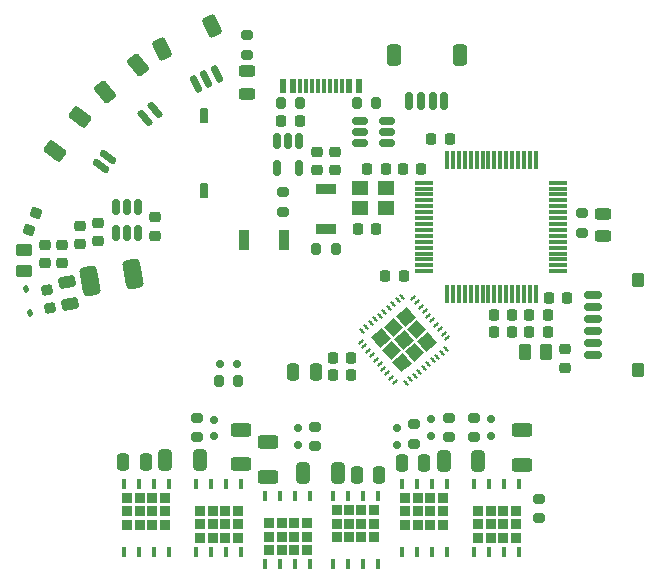
<source format=gtp>
%TF.GenerationSoftware,KiCad,Pcbnew,8.0.7*%
%TF.CreationDate,2025-07-12T21:06:11-07:00*%
%TF.ProjectId,FOCdriver,464f4364-7269-4766-9572-2e6b69636164,1.0*%
%TF.SameCoordinates,Original*%
%TF.FileFunction,Paste,Top*%
%TF.FilePolarity,Positive*%
%FSLAX46Y46*%
G04 Gerber Fmt 4.6, Leading zero omitted, Abs format (unit mm)*
G04 Created by KiCad (PCBNEW 8.0.7) date 2025-07-12 21:06:11*
%MOMM*%
%LPD*%
G01*
G04 APERTURE LIST*
G04 Aperture macros list*
%AMRoundRect*
0 Rectangle with rounded corners*
0 $1 Rounding radius*
0 $2 $3 $4 $5 $6 $7 $8 $9 X,Y pos of 4 corners*
0 Add a 4 corners polygon primitive as box body*
4,1,4,$2,$3,$4,$5,$6,$7,$8,$9,$2,$3,0*
0 Add four circle primitives for the rounded corners*
1,1,$1+$1,$2,$3*
1,1,$1+$1,$4,$5*
1,1,$1+$1,$6,$7*
1,1,$1+$1,$8,$9*
0 Add four rect primitives between the rounded corners*
20,1,$1+$1,$2,$3,$4,$5,0*
20,1,$1+$1,$4,$5,$6,$7,0*
20,1,$1+$1,$6,$7,$8,$9,0*
20,1,$1+$1,$8,$9,$2,$3,0*%
%AMHorizOval*
0 Thick line with rounded ends*
0 $1 width*
0 $2 $3 position (X,Y) of the first rounded end (center of the circle)*
0 $4 $5 position (X,Y) of the second rounded end (center of the circle)*
0 Add line between two ends*
20,1,$1,$2,$3,$4,$5,0*
0 Add two circle primitives to create the rounded ends*
1,1,$1,$2,$3*
1,1,$1,$4,$5*%
G04 Aperture macros list end*
%ADD10C,0.000000*%
%ADD11R,0.900000X0.900000*%
%ADD12R,0.457200X0.965200*%
%ADD13RoundRect,0.200000X0.200000X0.275000X-0.200000X0.275000X-0.200000X-0.275000X0.200000X-0.275000X0*%
%ADD14RoundRect,0.250000X0.250000X0.475000X-0.250000X0.475000X-0.250000X-0.475000X0.250000X-0.475000X0*%
%ADD15RoundRect,0.225000X-0.250000X0.225000X-0.250000X-0.225000X0.250000X-0.225000X0.250000X0.225000X0*%
%ADD16RoundRect,0.112500X-0.143350X0.165116X-0.078232X-0.204187X0.143350X-0.165116X0.078232X0.204187X0*%
%ADD17RoundRect,0.150000X-0.408875X0.495930X-0.589419X0.256339X0.408875X-0.495930X0.589419X-0.256339X0*%
%ADD18RoundRect,0.250000X-0.308478X0.670702X-0.729748X0.111657X0.308478X-0.670702X0.729748X-0.111657X0*%
%ADD19RoundRect,0.225000X0.250000X-0.225000X0.250000X0.225000X-0.250000X0.225000X-0.250000X-0.225000X0*%
%ADD20RoundRect,0.225000X0.225000X0.250000X-0.225000X0.250000X-0.225000X-0.250000X0.225000X-0.250000X0*%
%ADD21RoundRect,0.200000X0.275000X-0.200000X0.275000X0.200000X-0.275000X0.200000X-0.275000X-0.200000X0*%
%ADD22RoundRect,0.075000X-0.700000X-0.075000X0.700000X-0.075000X0.700000X0.075000X-0.700000X0.075000X0*%
%ADD23RoundRect,0.075000X-0.075000X-0.700000X0.075000X-0.700000X0.075000X0.700000X-0.075000X0.700000X0*%
%ADD24RoundRect,0.150000X0.200000X-0.150000X0.200000X0.150000X-0.200000X0.150000X-0.200000X-0.150000X0*%
%ADD25RoundRect,0.250000X-0.325000X-0.650000X0.325000X-0.650000X0.325000X0.650000X-0.325000X0.650000X0*%
%ADD26RoundRect,0.225000X-0.225000X-0.250000X0.225000X-0.250000X0.225000X0.250000X-0.225000X0.250000X0*%
%ADD27RoundRect,0.150000X0.150000X0.625000X-0.150000X0.625000X-0.150000X-0.625000X0.150000X-0.625000X0*%
%ADD28RoundRect,0.250000X0.350000X0.650000X-0.350000X0.650000X-0.350000X-0.650000X0.350000X-0.650000X0*%
%ADD29RoundRect,0.250000X-0.262500X-0.450000X0.262500X-0.450000X0.262500X0.450000X-0.262500X0.450000X0*%
%ADD30RoundRect,0.243750X0.456250X-0.243750X0.456250X0.243750X-0.456250X0.243750X-0.456250X-0.243750X0*%
%ADD31RoundRect,0.250000X0.325000X0.650000X-0.325000X0.650000X-0.325000X-0.650000X0.325000X-0.650000X0*%
%ADD32RoundRect,0.114000X0.266000X0.521000X-0.266000X0.521000X-0.266000X-0.521000X0.266000X-0.521000X0*%
%ADD33RoundRect,0.250000X-0.250000X-0.475000X0.250000X-0.475000X0.250000X0.475000X-0.250000X0.475000X0*%
%ADD34RoundRect,0.150000X-0.512500X-0.150000X0.512500X-0.150000X0.512500X0.150000X-0.512500X0.150000X0*%
%ADD35RoundRect,0.250000X0.625000X-0.312500X0.625000X0.312500X-0.625000X0.312500X-0.625000X-0.312500X0*%
%ADD36RoundRect,0.250000X0.450000X-0.262500X0.450000X0.262500X-0.450000X0.262500X-0.450000X-0.262500X0*%
%ADD37R,0.600000X1.240000*%
%ADD38R,0.300000X1.240000*%
%ADD39RoundRect,0.200000X-0.275000X0.200000X-0.275000X-0.200000X0.275000X-0.200000X0.275000X0.200000X0*%
%ADD40R,1.700000X0.900000*%
%ADD41RoundRect,0.150000X-0.276753X0.580114X-0.509897X0.391318X0.276753X-0.580114X0.509897X-0.391318X0*%
%ADD42RoundRect,0.250000X-0.137057X0.725407X-0.681059X0.284883X0.137057X-0.725407X0.681059X-0.284883X0*%
%ADD43RoundRect,0.150000X-0.150000X-0.200000X0.150000X-0.200000X0.150000X0.200000X-0.150000X0.200000X0*%
%ADD44RoundRect,0.150000X-0.128190X0.629835X-0.400083X0.503050X0.128190X-0.629835X0.400083X-0.503050X0*%
%ADD45RoundRect,0.250000X0.042506X0.737016X-0.591910X0.441184X-0.042506X-0.737016X0.591910X-0.441184X0*%
%ADD46RoundRect,0.150000X-0.150000X0.512500X-0.150000X-0.512500X0.150000X-0.512500X0.150000X0.512500X0*%
%ADD47RoundRect,0.375000X0.217361X0.926825X-0.521245X0.796589X-0.217361X-0.926825X0.521245X-0.796589X0*%
%ADD48RoundRect,0.250000X0.511196X-0.163719X0.424372X0.328685X-0.511196X0.163719X-0.424372X-0.328685X0*%
%ADD49R,0.900000X1.700000*%
%ADD50HorizOval,0.230000X0.141717X0.118915X-0.141717X-0.118915X0*%
%ADD51HorizOval,0.230000X-0.118915X0.141717X0.118915X-0.141717X0*%
%ADD52R,1.400000X1.200000*%
%ADD53RoundRect,0.225000X0.157969X-0.296936X0.311878X0.125926X-0.157969X0.296936X-0.311878X-0.125926X0*%
%ADD54RoundRect,0.150000X0.625000X-0.150000X0.625000X0.150000X-0.625000X0.150000X-0.625000X-0.150000X0*%
%ADD55RoundRect,0.208333X0.291667X-0.391667X0.291667X0.391667X-0.291667X0.391667X-0.291667X-0.391667X0*%
%ADD56RoundRect,0.225000X0.285273X-0.178170X0.207131X0.264994X-0.285273X0.178170X-0.207131X-0.264994X0*%
%ADD57RoundRect,0.200000X-0.200000X-0.275000X0.200000X-0.275000X0.200000X0.275000X-0.200000X0.275000X0*%
G04 APERTURE END LIST*
D10*
%TO.C,U3*%
G36*
X105918812Y-51171044D02*
G01*
X105022540Y-51923106D01*
X104270478Y-51026834D01*
X105166750Y-50274772D01*
X105918812Y-51171044D01*
G37*
G36*
X106799431Y-52220525D02*
G01*
X105903159Y-52972587D01*
X105151097Y-52076315D01*
X106047369Y-51324253D01*
X106799431Y-52220525D01*
G37*
G36*
X106968293Y-50290425D02*
G01*
X106072021Y-51042487D01*
X105319959Y-50146215D01*
X106216231Y-49394153D01*
X106968293Y-50290425D01*
G37*
G36*
X107680050Y-53270006D02*
G01*
X106783778Y-54022068D01*
X106031716Y-53125796D01*
X106927988Y-52373734D01*
X107680050Y-53270006D01*
G37*
G36*
X107848912Y-51339906D02*
G01*
X106952640Y-52091968D01*
X106200578Y-51195696D01*
X107096850Y-50443634D01*
X107848912Y-51339906D01*
G37*
G36*
X108017774Y-49409806D02*
G01*
X107121502Y-50161868D01*
X106369440Y-49265596D01*
X107265712Y-48513534D01*
X108017774Y-49409806D01*
G37*
G36*
X108729531Y-52389387D02*
G01*
X107833259Y-53141449D01*
X107081197Y-52245177D01*
X107977469Y-51493115D01*
X108729531Y-52389387D01*
G37*
G36*
X108898393Y-50459287D02*
G01*
X108002121Y-51211349D01*
X107250059Y-50315077D01*
X108146331Y-49563015D01*
X108898393Y-50459287D01*
G37*
G36*
X109779012Y-51508768D02*
G01*
X108882740Y-52260830D01*
X108130678Y-51364558D01*
X109026950Y-50612496D01*
X109779012Y-51508768D01*
G37*
%TD*%
D11*
%TO.C,Q5*%
X107145000Y-66925000D03*
X108195000Y-66925000D03*
X109245000Y-66925000D03*
X110345000Y-66925000D03*
X107145000Y-65775000D03*
X108195000Y-65775000D03*
X109245000Y-65775000D03*
X110345000Y-65775000D03*
X107145000Y-64625000D03*
X108195000Y-64625000D03*
X109245000Y-64625000D03*
X110345000Y-64625000D03*
D12*
X106840000Y-63429400D03*
X108110000Y-63429400D03*
X109380000Y-63429400D03*
X110650000Y-63429400D03*
X110650000Y-69220600D03*
X106840000Y-69220600D03*
X108110000Y-69220600D03*
X109380000Y-69220600D03*
%TD*%
D11*
%TO.C,Q3*%
X101310000Y-67975000D03*
X102360000Y-67975000D03*
X103410000Y-67975000D03*
X104510000Y-67975000D03*
X101310000Y-66825000D03*
X102360000Y-66825000D03*
X103410000Y-66825000D03*
X104510000Y-66825000D03*
X101310000Y-65675000D03*
X102360000Y-65675000D03*
X103410000Y-65675000D03*
X104510000Y-65675000D03*
D12*
X101005000Y-64479400D03*
X102275000Y-64479400D03*
X103545000Y-64479400D03*
X104815000Y-64479400D03*
X104815000Y-70270600D03*
X101005000Y-70270600D03*
X102275000Y-70270600D03*
X103545000Y-70270600D03*
%TD*%
D11*
%TO.C,Q1*%
X83605000Y-66920600D03*
X84655000Y-66920600D03*
X85705000Y-66920600D03*
X86805000Y-66920600D03*
X83605000Y-65770600D03*
X84655000Y-65770600D03*
X85705000Y-65770600D03*
X86805000Y-65770600D03*
X83605000Y-64620600D03*
X84655000Y-64620600D03*
X85705000Y-64620600D03*
X86805000Y-64620600D03*
D12*
X83300000Y-63425000D03*
X84570000Y-63425000D03*
X85840000Y-63425000D03*
X87110000Y-63425000D03*
X87110000Y-69216200D03*
X83300000Y-69216200D03*
X84570000Y-69216200D03*
X85840000Y-69216200D03*
%TD*%
D11*
%TO.C,Q2*%
X92960000Y-65720600D03*
X91910000Y-65720600D03*
X90860000Y-65720600D03*
X89760000Y-65720600D03*
X92960000Y-66870600D03*
X91910000Y-66870600D03*
X90860000Y-66870600D03*
X89760000Y-66870600D03*
X92960000Y-68020600D03*
X91910000Y-68020600D03*
X90860000Y-68020600D03*
X89760000Y-68020600D03*
D12*
X93265000Y-69216200D03*
X91995000Y-69216200D03*
X90725000Y-69216200D03*
X89455000Y-69216200D03*
X89455000Y-63425000D03*
X93265000Y-63425000D03*
X91995000Y-63425000D03*
X90725000Y-63425000D03*
%TD*%
D11*
%TO.C,Q6*%
X116465000Y-65725000D03*
X115415000Y-65725000D03*
X114365000Y-65725000D03*
X113265000Y-65725000D03*
X116465000Y-66875000D03*
X115415000Y-66875000D03*
X114365000Y-66875000D03*
X113265000Y-66875000D03*
X116465000Y-68025000D03*
X115415000Y-68025000D03*
X114365000Y-68025000D03*
X113265000Y-68025000D03*
D12*
X116770000Y-69220600D03*
X115500000Y-69220600D03*
X114230000Y-69220600D03*
X112960000Y-69220600D03*
X112960000Y-63429400D03*
X116770000Y-63429400D03*
X115500000Y-63429400D03*
X114230000Y-63429400D03*
%TD*%
D11*
%TO.C,Q4*%
X98800000Y-66775000D03*
X97750000Y-66775000D03*
X96700000Y-66775000D03*
X95600000Y-66775000D03*
X98800000Y-67925000D03*
X97750000Y-67925000D03*
X96700000Y-67925000D03*
X95600000Y-67925000D03*
X98800000Y-69075000D03*
X97750000Y-69075000D03*
X96700000Y-69075000D03*
X95600000Y-69075000D03*
D12*
X99105000Y-70270600D03*
X97835000Y-70270600D03*
X96565000Y-70270600D03*
X95295000Y-70270600D03*
X95295000Y-64479400D03*
X99105000Y-64479400D03*
X97835000Y-64479400D03*
X96565000Y-64479400D03*
%TD*%
D13*
%TO.C,R5*%
X98245000Y-31225000D03*
X96595000Y-31225000D03*
%TD*%
D14*
%TO.C,C48*%
X99540000Y-53960000D03*
X97640000Y-53960000D03*
%TD*%
D15*
%TO.C,C22*%
X78100000Y-43225000D03*
X78100000Y-44775000D03*
%TD*%
D16*
%TO.C,D2*%
X74985338Y-46931904D03*
X75350000Y-49000000D03*
%TD*%
D17*
%TO.C,J11*%
X81932291Y-35758935D03*
X81330476Y-36557572D03*
D18*
X79619937Y-32388677D03*
X77453403Y-35263765D03*
%TD*%
D19*
%TO.C,C54*%
X99675000Y-36900000D03*
X99675000Y-35350000D03*
%TD*%
D20*
%TO.C,C1*%
X108450000Y-36825000D03*
X106900000Y-36825000D03*
%TD*%
D21*
%TO.C,R14*%
X122125000Y-42175000D03*
X122125000Y-40525000D03*
%TD*%
D22*
%TO.C,U1*%
X108750000Y-37950000D03*
X108750000Y-38450000D03*
X108750000Y-38950000D03*
X108750000Y-39450000D03*
X108750000Y-39950000D03*
X108750000Y-40450000D03*
X108750000Y-40950000D03*
X108750000Y-41450000D03*
X108750000Y-41950000D03*
X108750000Y-42450000D03*
X108750000Y-42950000D03*
X108750000Y-43450000D03*
X108750000Y-43950000D03*
X108750000Y-44450000D03*
X108750000Y-44950000D03*
X108750000Y-45450000D03*
D23*
X110675000Y-47375000D03*
X111175000Y-47375000D03*
X111675000Y-47375000D03*
X112175000Y-47375000D03*
X112675000Y-47375000D03*
X113175000Y-47375000D03*
X113675000Y-47375000D03*
X114175000Y-47375000D03*
X114675000Y-47375000D03*
X115175000Y-47375000D03*
X115675000Y-47375000D03*
X116175000Y-47375000D03*
X116675000Y-47375000D03*
X117175000Y-47375000D03*
X117675000Y-47375000D03*
X118175000Y-47375000D03*
D22*
X120100000Y-45450000D03*
X120100000Y-44950000D03*
X120100000Y-44450000D03*
X120100000Y-43950000D03*
X120100000Y-43450000D03*
X120100000Y-42950000D03*
X120100000Y-42450000D03*
X120100000Y-41950000D03*
X120100000Y-41450000D03*
X120100000Y-40950000D03*
X120100000Y-40450000D03*
X120100000Y-39950000D03*
X120100000Y-39450000D03*
X120100000Y-38950000D03*
X120100000Y-38450000D03*
X120100000Y-37950000D03*
D23*
X118175000Y-36025000D03*
X117675000Y-36025000D03*
X117175000Y-36025000D03*
X116675000Y-36025000D03*
X116175000Y-36025000D03*
X115675000Y-36025000D03*
X115175000Y-36025000D03*
X114675000Y-36025000D03*
X114175000Y-36025000D03*
X113675000Y-36025000D03*
X113175000Y-36025000D03*
X112675000Y-36025000D03*
X112175000Y-36025000D03*
X111675000Y-36025000D03*
X111175000Y-36025000D03*
X110675000Y-36025000D03*
%TD*%
D24*
%TO.C,D7*%
X90950000Y-58005000D03*
X90950000Y-59405000D03*
%TD*%
D20*
%TO.C,C4*%
X107000000Y-45825000D03*
X105450000Y-45825000D03*
%TD*%
D21*
%TO.C,R1*%
X96800000Y-40400000D03*
X96800000Y-38750000D03*
%TD*%
D25*
%TO.C,C58*%
X98470000Y-62520600D03*
X101420000Y-62520600D03*
%TD*%
D24*
%TO.C,D10*%
X109350000Y-57979400D03*
X109350000Y-59379400D03*
%TD*%
D26*
%TO.C,C9*%
X117625000Y-50580000D03*
X119175000Y-50580000D03*
%TD*%
D27*
%TO.C,J2*%
X110450000Y-31000000D03*
X109450000Y-31000000D03*
X108450000Y-31000000D03*
X107450000Y-31000000D03*
D28*
X111750000Y-27125000D03*
X106150000Y-27125000D03*
%TD*%
D15*
%TO.C,C46*%
X120625000Y-52075000D03*
X120625000Y-53625000D03*
%TD*%
D29*
%TO.C,FB2*%
X117237500Y-52300000D03*
X119062500Y-52300000D03*
%TD*%
D21*
%TO.C,R19*%
X99490000Y-60250000D03*
X99490000Y-58600000D03*
%TD*%
D26*
%TO.C,C3*%
X119275000Y-47675000D03*
X120825000Y-47675000D03*
%TD*%
D24*
%TO.C,D8*%
X106450000Y-58747500D03*
X106450000Y-60147500D03*
%TD*%
D30*
%TO.C,D4*%
X93750000Y-30408750D03*
X93750000Y-28533750D03*
%TD*%
D31*
%TO.C,C60*%
X113325000Y-61520600D03*
X110375000Y-61520600D03*
%TD*%
D32*
%TO.C,SW1*%
X90100000Y-32315000D03*
X90100000Y-38665000D03*
%TD*%
D13*
%TO.C,R2*%
X101225000Y-43600000D03*
X99575000Y-43600000D03*
%TD*%
D26*
%TO.C,C53*%
X96650000Y-32750000D03*
X98200000Y-32750000D03*
%TD*%
D33*
%TO.C,C61*%
X106820000Y-61720600D03*
X108720000Y-61720600D03*
%TD*%
D34*
%TO.C,U4*%
X103292500Y-32700000D03*
X103292500Y-33650000D03*
X103292500Y-34600000D03*
X105567500Y-34600000D03*
X105567500Y-33650000D03*
X105567500Y-32700000D03*
%TD*%
D26*
%TO.C,C44*%
X101010000Y-52790000D03*
X102559998Y-52790000D03*
%TD*%
D35*
%TO.C,R17*%
X93220295Y-61775000D03*
X93220295Y-58850000D03*
%TD*%
D36*
%TO.C,FB1*%
X74850000Y-45450000D03*
X74850000Y-43625000D03*
%TD*%
D26*
%TO.C,C6*%
X103100000Y-41850000D03*
X104650000Y-41850000D03*
%TD*%
D37*
%TO.C,J1*%
X103200000Y-29725000D03*
X102400000Y-29725000D03*
D38*
X101250000Y-29725000D03*
X100250000Y-29725000D03*
X99750000Y-29725000D03*
X98750000Y-29725000D03*
D37*
X97600000Y-29725000D03*
X96800000Y-29725000D03*
X96800000Y-29725000D03*
X97600000Y-29725000D03*
D38*
X98250000Y-29725000D03*
X99250000Y-29725000D03*
X100750000Y-29725000D03*
X101750000Y-29725000D03*
D37*
X102400000Y-29725000D03*
X103200000Y-29725000D03*
%TD*%
D26*
%TO.C,C47*%
X101010000Y-54260000D03*
X102560002Y-54260000D03*
%TD*%
D39*
%TO.C,R13*%
X93750000Y-25478750D03*
X93750000Y-27128750D03*
%TD*%
D15*
%TO.C,C18*%
X85975000Y-40875000D03*
X85975000Y-42425000D03*
%TD*%
D21*
%TO.C,R18*%
X107880000Y-60075000D03*
X107880000Y-58425000D03*
%TD*%
D33*
%TO.C,C57*%
X83260000Y-61620600D03*
X85160000Y-61620600D03*
%TD*%
D26*
%TO.C,C8*%
X114650000Y-49125000D03*
X116200000Y-49125000D03*
%TD*%
D35*
%TO.C,R23*%
X116975000Y-61845600D03*
X116975000Y-58920600D03*
%TD*%
D40*
%TO.C,SW2(B3U-1000)1*%
X100425000Y-41900000D03*
X100425000Y-38500000D03*
%TD*%
D41*
%TO.C,J10*%
X85914204Y-31810983D03*
X85137058Y-32440303D03*
D42*
X84485877Y-27981426D03*
X81688152Y-30246979D03*
%TD*%
D43*
%TO.C,D6*%
X92875000Y-53285000D03*
X91475000Y-53285000D03*
%TD*%
D19*
%TO.C,C55*%
X101175000Y-36900000D03*
X101175000Y-35350000D03*
%TD*%
D21*
%TO.C,R16*%
X89468600Y-59525000D03*
X89468600Y-57875000D03*
%TD*%
D44*
%TO.C,J9*%
X91186087Y-28732302D03*
X90279780Y-29154921D03*
X89373472Y-29577539D03*
D45*
X90726642Y-24670956D03*
X86557626Y-26615000D03*
%TD*%
D31*
%TO.C,C56*%
X89775000Y-61470600D03*
X86825000Y-61470600D03*
%TD*%
D24*
%TO.C,D11*%
X114400000Y-57975000D03*
X114400000Y-59375000D03*
%TD*%
D46*
%TO.C,U7*%
X84500000Y-39975002D03*
X83550000Y-39975001D03*
X82600000Y-39975001D03*
X82600000Y-42250000D03*
X83550000Y-42250001D03*
X84500000Y-42250001D03*
%TD*%
D47*
%TO.C,L1*%
X84093788Y-45657502D03*
X80450000Y-46300000D03*
%TD*%
D26*
%TO.C,C51*%
X109350000Y-34225000D03*
X110900000Y-34225000D03*
%TD*%
D24*
%TO.C,D9*%
X98020000Y-58745000D03*
X98020000Y-60145000D03*
%TD*%
D46*
%TO.C,U6*%
X98175000Y-34425000D03*
X97225000Y-34425000D03*
X96275000Y-34425000D03*
X96275000Y-36700000D03*
X98175000Y-36700000D03*
%TD*%
D21*
%TO.C,R21*%
X110820000Y-59500000D03*
X110820000Y-57850000D03*
%TD*%
D13*
%TO.C,R4*%
X104675000Y-31225000D03*
X103025000Y-31225000D03*
%TD*%
D39*
%TO.C,TH1*%
X118420000Y-64695000D03*
X118420000Y-66345000D03*
%TD*%
D48*
%TO.C,C19*%
X78779932Y-48221134D03*
X78450000Y-46350000D03*
%TD*%
D49*
%TO.C,SW1(B3U-1000)1*%
X96900000Y-42800000D03*
X93500000Y-42800000D03*
%TD*%
D30*
%TO.C,D5*%
X123875000Y-42487500D03*
X123875000Y-40612500D03*
%TD*%
D50*
%TO.C,U3*%
X103356944Y-51408284D03*
X103678337Y-51791305D03*
X103999732Y-52174329D03*
X104321126Y-52557350D03*
X104642520Y-52940373D03*
X104963914Y-53323396D03*
X105285306Y-53706416D03*
X105606701Y-54089440D03*
X105928095Y-54472461D03*
X106249490Y-54855485D03*
D51*
X107165228Y-54935602D03*
X107548249Y-54614209D03*
X107931273Y-54292814D03*
X108314294Y-53971420D03*
X108697317Y-53650026D03*
X109080340Y-53328632D03*
X109463360Y-53007240D03*
X109846384Y-52685845D03*
X110229405Y-52364451D03*
X110612429Y-52043056D03*
D50*
X110692546Y-51127318D03*
X110371151Y-50744295D03*
X110049758Y-50361273D03*
X109728363Y-49978249D03*
X109406970Y-49595229D03*
X109085576Y-49212206D03*
X108764182Y-48829183D03*
X108442789Y-48446162D03*
X108121394Y-48063138D03*
X107800000Y-47680117D03*
D51*
X106884262Y-47600000D03*
X106501239Y-47921395D03*
X106118217Y-48242788D03*
X105735193Y-48564183D03*
X105352173Y-48885576D03*
X104969150Y-49206970D03*
X104586127Y-49528364D03*
X104203106Y-49849757D03*
X103820082Y-50171152D03*
X103437061Y-50492546D03*
%TD*%
D52*
%TO.C,Y1*%
X105475000Y-38425000D03*
X103275000Y-38425000D03*
X103275000Y-40125000D03*
X105475000Y-40125000D03*
%TD*%
D53*
%TO.C,C10*%
X75300000Y-41950000D03*
X75830132Y-40493476D03*
%TD*%
D21*
%TO.C,R22*%
X112920000Y-59508100D03*
X112920000Y-57858100D03*
%TD*%
D35*
%TO.C,R20*%
X95500000Y-62833100D03*
X95500000Y-59908100D03*
%TD*%
D20*
%TO.C,C7*%
X105475000Y-36825000D03*
X103925000Y-36825000D03*
%TD*%
D26*
%TO.C,C5*%
X117625000Y-49125000D03*
X119175000Y-49125000D03*
%TD*%
D14*
%TO.C,C59*%
X104920000Y-62670600D03*
X103020000Y-62670600D03*
%TD*%
D15*
%TO.C,C23*%
X76600000Y-43225000D03*
X76600000Y-44775000D03*
%TD*%
D19*
%TO.C,C21*%
X79600000Y-43150000D03*
X79600000Y-41600000D03*
%TD*%
D26*
%TO.C,C45*%
X114650000Y-50580000D03*
X116200000Y-50580000D03*
%TD*%
D54*
%TO.C,J8*%
X123000000Y-52500000D03*
X123000000Y-51500000D03*
X123000000Y-50500000D03*
X123000000Y-49500000D03*
X123000000Y-48500000D03*
X123000000Y-47500000D03*
D55*
X126875000Y-53800000D03*
X126875000Y-46200000D03*
%TD*%
D56*
%TO.C,C63*%
X77050000Y-48576452D03*
X76780846Y-47050000D03*
%TD*%
D57*
%TO.C,R15*%
X91350000Y-54750000D03*
X93000000Y-54750000D03*
%TD*%
D19*
%TO.C,C20*%
X81100000Y-42900000D03*
X81100000Y-41350000D03*
%TD*%
M02*

</source>
